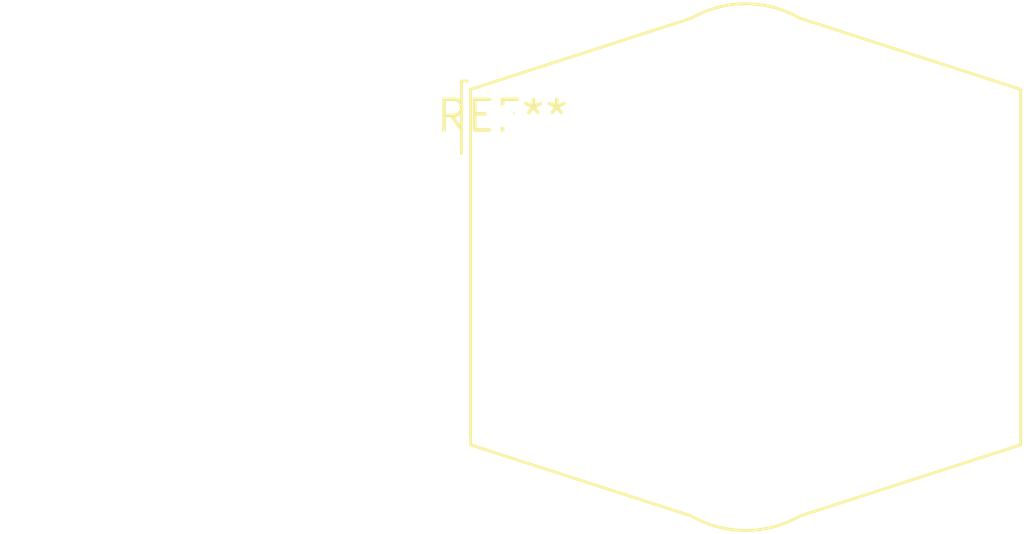
<source format=kicad_pcb>
(kicad_pcb (version 20240108) (generator pcbnew)
  (layers (0 "F.Cu" signal) (31 "B.Cu" signal) (34 "B.Paste" user) (35 "F.Paste" user) (36 "B.SilkS" user "B.Silkscreen") (37 "F.SilkS" user "F.Silkscreen") (38 "B.Mask" user) (39 "F.Mask" user) (44 "Edge.Cuts" user))
  (net 0 "")
  (footprint "Choke_Schaffner_RN114-04-22.5x21.5mm" (layer "F.Cu") (at 0 0)
    (property "Reference" "REF**")
    (property "Value" "Choke_Schaffner_RN114-04-22.5x21.5mm")
    (fp_line (start -1.7 -1.44) (end -1.7 1.56) (layer "F.SilkS") (stroke (width 0.12)))
    (fp_line (start -1.7 -1.44) (end -1.45 -1.44) (layer "F.SilkS") (stroke (width 0.12)))
    (fp_line (start -1.32 -1.1) (end 7.8 -4.04) (layer "F.SilkS") (stroke (width 0.12)))
    (fp_line (start -1.32 13.6) (end -1.32 -1.1) (layer "F.SilkS") (stroke (width 0.12)))
    (fp_line (start 7.8 16.54) (end -1.32 13.6) (layer "F.SilkS") (stroke (width 0.12)))
    (fp_line (start 12.3 -4.04) (end 21.42 -1.1) (layer "F.SilkS") (stroke (width 0.12)))
    (fp_line (start 21.42 -1.1) (end 21.42 13.6) (layer "F.SilkS") (stroke (width 0.12)))
    (fp_line (start 21.42 13.6) (end 12.3 16.54) (layer "F.SilkS") (stroke (width 0.12)))
    (fp_arc (start 7.8 -4.04) (mid 10.061443 -4.63982) (end 12.31982 -4.028557) (layer "F.SilkS") (stroke (width 0.12)))
    (fp_arc (start 12.3 16.54) (mid 10.038557 17.13982) (end 7.78018 16.528557) (layer "F.SilkS") (stroke (width 0.12)))
    (pad "1" thru_hole rect (at 0 0) (size 2 2) (drill 0.9) (layers *.Cu *.Mask) (remove_unused_layers))
    (pad "2" thru_hole circle (at 20.1 0) (size 2 2) (drill 0.9) (layers *.Cu *.Mask) (remove_unused_layers))
    (pad "3" thru_hole circle (at 0 12.5) (size 2 2) (drill 0.9) (layers *.Cu *.Mask) (remove_unused_layers))
    (pad "4" thru_hole circle (at 20.1 12.5) (size 2 2) (drill 0.9) (layers *.Cu *.Mask) (remove_unused_layers))
  )
)
</source>
